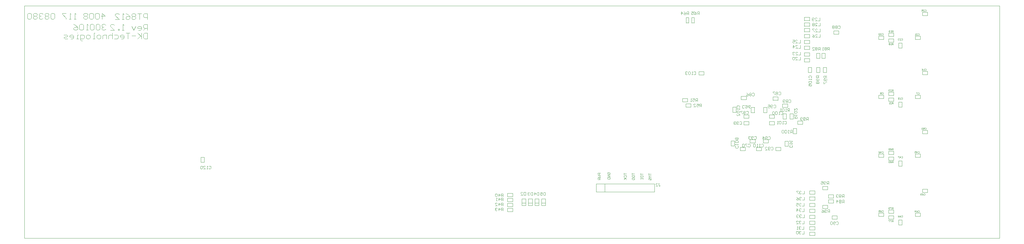
<source format=gbo>
*%FSLAX23Y23*%
*%MOIN*%
G01*
D11*
X4162Y5737D02*
X15879D01*
Y8532D02*
X4162D01*
Y5737D01*
X15879D02*
Y8532D01*
D12*
X14986Y8483D02*
X14983Y8480D01*
X14986Y8483D02*
X14993D01*
X14996Y8480D01*
Y8466D01*
X14993Y8463D01*
X14986D01*
X14983Y8466D01*
X14976Y8463D02*
X14963D01*
X14976D02*
X14963Y8476D01*
Y8480D01*
X14966Y8483D01*
X14973D01*
X14976Y8480D01*
X14956Y8483D02*
X14943D01*
X14956D02*
Y8473D01*
X14949Y8476D01*
X14946D01*
X14943Y8473D01*
Y8466D01*
X14946Y8463D01*
X14953D01*
X14956Y8466D01*
X14701Y8138D02*
X14698Y8135D01*
X14701Y8138D02*
X14708D01*
X14711Y8135D01*
Y8121D01*
X14708Y8118D01*
X14701D01*
X14698Y8121D01*
X14691Y8118D02*
X14678D01*
X14691D02*
X14678Y8131D01*
Y8135D01*
X14681Y8138D01*
X14688D01*
X14691Y8135D01*
X14671D02*
X14668Y8138D01*
X14661D01*
X14658Y8135D01*
Y8131D01*
X14659D01*
X14658D02*
X14659D01*
X14658D02*
X14659D01*
X14658D02*
X14661Y8128D01*
X14664D01*
X14661D01*
X14658Y8125D01*
Y8121D01*
X14661Y8118D01*
X14668D01*
X14671Y8121D01*
X14898Y8195D02*
X14901Y8198D01*
X14908D01*
X14911Y8195D01*
Y8181D01*
X14908Y8178D01*
X14901D01*
X14898Y8181D01*
X14891Y8178D02*
X14878D01*
X14891D02*
X14878Y8191D01*
Y8195D01*
X14881Y8198D01*
X14888D01*
X14891Y8195D01*
X14871Y8178D02*
X14864D01*
X14868D01*
Y8198D01*
X14869D01*
X14868D02*
X14871Y8195D01*
X14901Y7488D02*
X14898Y7485D01*
X14901Y7488D02*
X14908D01*
X14911Y7485D01*
Y7471D01*
X14908Y7468D01*
X14901D01*
X14898Y7471D01*
X14891Y7488D02*
X14878D01*
Y7485D01*
X14891Y7471D01*
Y7468D01*
X14701Y7428D02*
X14698Y7425D01*
X14701Y7428D02*
X14708D01*
X14711Y7425D01*
Y7411D01*
X14708Y7408D01*
X14701D01*
X14698Y7411D01*
X14691Y7408D02*
X14684D01*
X14688D01*
Y7428D01*
X14689D01*
X14688D02*
X14691Y7425D01*
X14674Y7428D02*
X14661D01*
X14674D02*
Y7418D01*
X14668Y7421D01*
X14664D01*
X14661Y7418D01*
Y7411D01*
X14664Y7408D01*
X14671D01*
X14674Y7411D01*
X14983Y7770D02*
X14986Y7773D01*
X14993D01*
X14996Y7770D01*
Y7756D01*
X14993Y7753D01*
X14986D01*
X14983Y7756D01*
X14976Y7753D02*
X14969D01*
X14973D01*
Y7773D01*
X14974D01*
X14973D02*
X14976Y7770D01*
X14953D02*
X14946Y7773D01*
X14953Y7770D02*
X14959Y7763D01*
Y7756D01*
X14956Y7753D01*
X14949D01*
X14946Y7756D01*
Y7760D01*
X14949Y7763D01*
X14959D01*
X14986Y7065D02*
X14983Y7062D01*
X14986Y7065D02*
X14993D01*
X14996Y7062D01*
Y7048D01*
X14993Y7045D01*
X14986D01*
X14983Y7048D01*
X14976Y7065D02*
X14963D01*
X14976D02*
Y7055D01*
X14969Y7058D01*
X14966D01*
X14963Y7055D01*
Y7048D01*
X14966Y7045D01*
X14973D01*
X14976Y7048D01*
X14956Y7062D02*
X14953Y7065D01*
X14946D01*
X14943Y7062D01*
Y7048D01*
X14946Y7045D01*
X14953D01*
X14956Y7048D01*
Y7062D01*
X14901Y6780D02*
X14898Y6777D01*
X14901Y6780D02*
X14908D01*
X14911Y6777D01*
Y6763D01*
X14908Y6760D01*
X14901D01*
X14898Y6763D01*
X14881Y6760D02*
Y6780D01*
X14891Y6770D01*
X14878D01*
X14871Y6780D02*
X14858D01*
X14871D02*
Y6770D01*
X14864Y6773D01*
X14861D01*
X14858Y6770D01*
Y6763D01*
X14861Y6760D01*
X14868D01*
X14871Y6763D01*
X14701Y6720D02*
X14698Y6717D01*
X14701Y6720D02*
X14708D01*
X14711Y6717D01*
Y6703D01*
X14708Y6700D01*
X14701D01*
X14698Y6703D01*
X14681Y6700D02*
Y6720D01*
X14691Y6710D01*
X14678D01*
X14671Y6720D02*
X14658D01*
Y6717D01*
X14671Y6703D01*
Y6700D01*
X14901Y6071D02*
X14898Y6068D01*
X14901Y6071D02*
X14908D01*
X14911Y6068D01*
Y6054D01*
X14908Y6051D01*
X14901D01*
X14898Y6054D01*
X14884Y6068D02*
X14878Y6071D01*
X14884Y6068D02*
X14891Y6061D01*
Y6054D01*
X14888Y6051D01*
X14881D01*
X14878Y6054D01*
Y6058D01*
X14881Y6061D01*
X14891D01*
X14861Y6071D02*
Y6051D01*
X14871Y6061D02*
X14861Y6071D01*
X14858Y6061D02*
X14871D01*
X14701Y6011D02*
X14698Y6008D01*
X14701Y6011D02*
X14708D01*
X14711Y6008D01*
Y5994D01*
X14708Y5991D01*
X14701D01*
X14698Y5994D01*
X14684Y6008D02*
X14678Y6011D01*
X14684Y6008D02*
X14691Y6001D01*
Y5994D01*
X14688Y5991D01*
X14681D01*
X14678Y5994D01*
Y5998D01*
X14681Y6001D01*
X14691D01*
X14664Y6008D02*
X14658Y6011D01*
X14664Y6008D02*
X14671Y6001D01*
Y5994D01*
X14668Y5991D01*
X14661D01*
X14658Y5994D01*
Y5998D01*
X14661Y6001D01*
X14671D01*
X14969Y6272D02*
X14972Y6275D01*
X14979D01*
X14982Y6272D01*
Y6258D01*
X14979Y6255D01*
X14972D01*
X14969Y6258D01*
X14955Y6272D02*
X14949Y6275D01*
X14955Y6272D02*
X14962Y6265D01*
Y6258D01*
X14959Y6255D01*
X14952D01*
X14949Y6258D01*
Y6262D01*
X14952Y6265D01*
X14962D01*
X14942Y6258D02*
X14939Y6255D01*
X14932D01*
X14929Y6258D01*
Y6272D01*
X14932Y6275D01*
X14939D01*
X14942Y6272D01*
Y6268D01*
X14939Y6265D01*
X14929D01*
X14600Y8214D02*
Y8234D01*
X14590D01*
X14587Y8231D01*
Y8224D01*
X14590Y8221D01*
X14600D01*
X14593D02*
X14587Y8214D01*
X14580D02*
X14573D01*
X14577D01*
Y8234D01*
X14578D01*
X14577D02*
X14580Y8231D01*
X14563Y8217D02*
X14560Y8214D01*
X14553D01*
X14550Y8217D01*
Y8231D01*
X14553Y8234D01*
X14560D01*
X14563Y8231D01*
Y8227D01*
X14560Y8224D01*
X14550D01*
X14470Y8199D02*
X14467Y8196D01*
X14470Y8199D02*
X14477D01*
X14480Y8196D01*
Y8182D01*
X14477Y8179D01*
X14470D01*
X14467Y8182D01*
X14460Y8179D02*
X14447D01*
X14460D02*
X14447Y8192D01*
Y8196D01*
X14450Y8199D01*
X14457D01*
X14460Y8196D01*
X14440Y8179D02*
X14427D01*
X14440D02*
X14427Y8192D01*
Y8196D01*
X14430Y8199D01*
X14437D01*
X14440Y8196D01*
X14598Y8082D02*
Y8062D01*
Y8082D02*
X14588D01*
X14585Y8079D01*
Y8072D01*
X14588Y8069D01*
X14598D01*
X14591D02*
X14585Y8062D01*
X14578D02*
X14571D01*
X14575D01*
Y8082D01*
X14576D01*
X14575D02*
X14578Y8079D01*
X14561D02*
X14558Y8082D01*
X14551D01*
X14548Y8079D01*
Y8075D01*
X14551Y8072D01*
X14548Y8069D01*
Y8065D01*
X14551Y8062D01*
X14558D01*
X14561Y8065D01*
Y8069D01*
X14558Y8072D01*
X14561Y8075D01*
Y8079D01*
X14558Y8072D02*
X14551D01*
X14598Y7372D02*
Y7352D01*
Y7372D02*
X14588D01*
X14585Y7369D01*
Y7362D01*
X14588Y7359D01*
X14598D01*
X14591D02*
X14585Y7352D01*
X14578D02*
X14565D01*
X14578D02*
X14565Y7365D01*
Y7369D01*
X14568Y7372D01*
X14575D01*
X14578Y7369D01*
X14558Y7352D02*
X14551D01*
X14555D01*
Y7372D01*
X14556D01*
X14555D02*
X14558Y7369D01*
X14467Y7486D02*
X14470Y7489D01*
X14477D01*
X14480Y7486D01*
Y7472D01*
X14477Y7469D01*
X14470D01*
X14467Y7472D01*
X14460Y7486D02*
X14457Y7489D01*
X14450D01*
X14447Y7486D01*
Y7482D01*
X14450Y7479D01*
X14447Y7476D01*
Y7472D01*
X14450Y7469D01*
X14457D01*
X14460Y7472D01*
Y7476D01*
X14457Y7479D01*
X14460Y7482D01*
Y7486D01*
X14457Y7479D02*
X14450D01*
X14600Y7504D02*
Y7524D01*
X14590D01*
X14587Y7521D01*
Y7514D01*
X14590Y7511D01*
X14600D01*
X14593D02*
X14587Y7504D01*
X14580D02*
X14567D01*
X14580D02*
X14567Y7517D01*
Y7521D01*
X14570Y7524D01*
X14577D01*
X14580Y7521D01*
X14560D02*
X14557Y7524D01*
X14550D01*
X14547Y7521D01*
Y7517D01*
X14548D01*
X14547D02*
X14548D01*
X14547D02*
X14548D01*
X14547D02*
X14550Y7514D01*
X14553D01*
X14550D01*
X14547Y7511D01*
Y7507D01*
X14550Y7504D01*
X14557D01*
X14560Y7507D01*
X14598Y6664D02*
Y6644D01*
Y6664D02*
X14588D01*
X14585Y6661D01*
Y6654D01*
X14588Y6651D01*
X14598D01*
X14591D02*
X14585Y6644D01*
X14571Y6661D02*
X14565Y6664D01*
X14571Y6661D02*
X14578Y6654D01*
Y6647D01*
X14575Y6644D01*
X14568D01*
X14565Y6647D01*
Y6651D01*
X14568Y6654D01*
X14578D01*
X14558Y6661D02*
X14555Y6664D01*
X14548D01*
X14545Y6661D01*
Y6647D01*
X14548Y6644D01*
X14555D01*
X14558Y6647D01*
Y6661D01*
X14600Y6796D02*
Y6816D01*
X14590D01*
X14587Y6813D01*
Y6806D01*
X14590Y6803D01*
X14600D01*
X14593D02*
X14587Y6796D01*
X14573Y6813D02*
X14567Y6816D01*
X14573Y6813D02*
X14580Y6806D01*
Y6799D01*
X14577Y6796D01*
X14570D01*
X14567Y6799D01*
Y6803D01*
X14570Y6806D01*
X14580D01*
X14560Y6813D02*
X14557Y6816D01*
X14550D01*
X14547Y6813D01*
Y6809D01*
X14550Y6806D01*
X14547Y6803D01*
Y6799D01*
X14550Y6796D01*
X14557D01*
X14560Y6799D01*
Y6803D01*
X14557Y6806D01*
X14560Y6809D01*
Y6813D01*
X14557Y6806D02*
X14550D01*
X14598Y5955D02*
Y5935D01*
Y5955D02*
X14588D01*
X14585Y5952D01*
Y5945D01*
X14588Y5942D01*
X14598D01*
X14591D02*
X14585Y5935D01*
X14578Y5955D02*
X14565D01*
Y5952D01*
X14578Y5938D01*
Y5935D01*
X14558Y5955D02*
X14545D01*
Y5952D01*
X14558Y5938D01*
Y5935D01*
X14467Y6069D02*
X14470Y6072D01*
X14477D01*
X14480Y6069D01*
Y6055D01*
X14477Y6052D01*
X14470D01*
X14467Y6055D01*
X14453Y6069D02*
X14447Y6072D01*
X14453Y6069D02*
X14460Y6062D01*
Y6055D01*
X14457Y6052D01*
X14450D01*
X14447Y6055D01*
Y6059D01*
X14450Y6062D01*
X14460D01*
X14440Y6072D02*
X14427D01*
X14440D02*
Y6062D01*
X14433Y6065D01*
X14430D01*
X14427Y6062D01*
Y6055D01*
X14430Y6052D01*
X14437D01*
X14440Y6055D01*
X14600Y6087D02*
Y6107D01*
X14590D01*
X14587Y6104D01*
Y6097D01*
X14590Y6094D01*
X14600D01*
X14593D02*
X14587Y6087D01*
X14580Y6107D02*
X14567D01*
Y6104D01*
X14580Y6090D01*
Y6087D01*
X14560Y6090D02*
X14557Y6087D01*
X14550D01*
X14547Y6090D01*
Y6104D01*
X14550Y6107D01*
X14557D01*
X14560Y6104D01*
Y6100D01*
X14557Y6097D01*
X14547D01*
X14467Y6778D02*
X14470Y6781D01*
X14477D01*
X14480Y6778D01*
Y6764D01*
X14477Y6761D01*
X14470D01*
X14467Y6764D01*
X14450Y6761D02*
Y6781D01*
X14460Y6771D01*
X14447D01*
X14433Y6778D02*
X14427Y6781D01*
X14433Y6778D02*
X14440Y6771D01*
Y6764D01*
X14437Y6761D01*
X14430D01*
X14427Y6764D01*
Y6768D01*
X14430Y6771D01*
X14440D01*
D15*
X13720Y8351D02*
Y8386D01*
Y8351D02*
X13697D01*
X13685D02*
X13662D01*
X13685D02*
X13662Y8374D01*
Y8380D01*
X13668Y8386D01*
X13679D01*
X13685Y8380D01*
X13650Y8357D02*
X13644Y8351D01*
X13633D01*
X13627Y8357D01*
Y8380D01*
X13633Y8386D01*
X13644D01*
X13650Y8380D01*
Y8374D01*
X13644Y8368D01*
X13627D01*
X13722Y8324D02*
Y8289D01*
X13699D01*
X13687D02*
X13664D01*
X13687D02*
X13664Y8312D01*
Y8318D01*
X13670Y8324D01*
X13681D01*
X13687Y8318D01*
X13652D02*
X13646Y8324D01*
X13635D01*
X13629Y8318D01*
Y8312D01*
X13635Y8306D01*
X13629Y8301D01*
Y8295D01*
X13635Y8289D01*
X13646D01*
X13652Y8295D01*
Y8301D01*
X13646Y8306D01*
X13652Y8312D01*
Y8318D01*
X13646Y8306D02*
X13635D01*
X13723Y8253D02*
Y8218D01*
X13700D01*
X13688D02*
X13665D01*
X13688D02*
X13665Y8241D01*
Y8247D01*
X13671Y8253D01*
X13682D01*
X13688Y8247D01*
X13653Y8253D02*
X13630D01*
Y8247D01*
X13653Y8224D01*
Y8218D01*
X13724Y8188D02*
Y8153D01*
X13701D01*
X13689D02*
X13666D01*
X13689D02*
X13666Y8176D01*
Y8182D01*
X13672Y8188D01*
X13683D01*
X13689Y8182D01*
X13642D02*
X13631Y8188D01*
X13642Y8182D02*
X13654Y8170D01*
Y8159D01*
X13648Y8153D01*
X13637D01*
X13631Y8159D01*
Y8165D01*
X13637Y8170D01*
X13654D01*
X13486Y8056D02*
Y8021D01*
X13463D01*
X13451D02*
X13428D01*
X13451D02*
X13428Y8044D01*
Y8050D01*
X13434Y8056D01*
X13445D01*
X13451Y8050D01*
X13399Y8056D02*
Y8021D01*
X13416Y8038D02*
X13399Y8056D01*
X13393Y8038D02*
X13416D01*
X13485Y8084D02*
Y8119D01*
Y8084D02*
X13462D01*
X13450D02*
X13427D01*
X13450D02*
X13427Y8107D01*
Y8113D01*
X13433Y8119D01*
X13444D01*
X13450Y8113D01*
X13415Y8119D02*
X13392D01*
X13415D02*
Y8101D01*
X13403Y8107D01*
X13398D01*
X13392Y8101D01*
Y8090D01*
X13398Y8084D01*
X13409D01*
X13415Y8090D01*
X13485Y7915D02*
Y7880D01*
X13462D01*
X13450D02*
X13427D01*
X13450D02*
X13427Y7903D01*
Y7909D01*
X13433Y7915D01*
X13444D01*
X13450Y7909D01*
X13415D02*
X13409Y7915D01*
X13398D01*
X13392Y7909D01*
Y7886D01*
X13398Y7880D01*
X13409D01*
X13415Y7886D01*
Y7909D01*
X13105Y6960D02*
X13099Y6954D01*
X13105Y6960D02*
X13116D01*
X13122Y6954D01*
Y6931D01*
X13116Y6925D01*
X13105D01*
X13099Y6931D01*
X13087D02*
X13081Y6925D01*
X13070D01*
X13064Y6931D01*
Y6954D01*
X13070Y6960D01*
X13081D01*
X13087Y6954D01*
Y6948D01*
X13081Y6942D01*
X13064D01*
X13035Y6925D02*
Y6960D01*
X13052Y6942D01*
X13029D01*
X13165Y7333D02*
X13171Y7339D01*
X13182D01*
X13188Y7333D01*
Y7310D01*
X13182Y7304D01*
X13171D01*
X13165Y7310D01*
X13153D02*
X13147Y7304D01*
X13136D01*
X13130Y7310D01*
Y7333D01*
X13136Y7339D01*
X13147D01*
X13153Y7333D01*
Y7327D01*
X13147Y7321D01*
X13130D01*
X13118Y7339D02*
X13095D01*
X13118D02*
Y7321D01*
X13106Y7327D01*
X13101D01*
X13095Y7321D01*
Y7310D01*
X13101Y7304D01*
X13112D01*
X13118Y7310D01*
X13249Y7253D02*
X13255Y7259D01*
X13266D01*
X13272Y7253D01*
Y7230D01*
X13266Y7224D01*
X13255D01*
X13249Y7230D01*
X13237Y7224D02*
X13225D01*
X13231D01*
Y7259D01*
X13232D01*
X13231D02*
X13237Y7253D01*
X13208D02*
X13202Y7259D01*
X13190D01*
X13185Y7253D01*
Y7230D01*
X13190Y7224D01*
X13202D01*
X13208Y7230D01*
Y7253D01*
X13173D02*
X13167Y7259D01*
X13155D01*
X13150Y7253D01*
Y7230D01*
X13155Y7224D01*
X13167D01*
X13173Y7230D01*
Y7253D01*
X13294Y7139D02*
X13300Y7145D01*
X13311D01*
X13317Y7139D01*
Y7116D01*
X13311Y7110D01*
X13300D01*
X13294Y7116D01*
X13282Y7110D02*
X13270D01*
X13276D01*
Y7145D01*
X13277D01*
X13276D02*
X13282Y7139D01*
X13253D02*
X13247Y7145D01*
X13235D01*
X13230Y7139D01*
Y7116D01*
X13235Y7110D01*
X13247D01*
X13253Y7116D01*
Y7139D01*
X13218Y7110D02*
X13206D01*
X13212D01*
Y7145D01*
X13213D01*
X13212D02*
X13218Y7139D01*
X13591Y7666D02*
X13585Y7672D01*
Y7683D01*
X13591Y7689D01*
X13614D01*
X13620Y7683D01*
Y7672D01*
X13614Y7666D01*
X13620Y7654D02*
Y7642D01*
Y7648D01*
X13585D01*
X13586D01*
X13585D02*
X13591Y7654D01*
Y7625D02*
X13585Y7619D01*
Y7607D01*
X13591Y7602D01*
X13614D01*
X13620Y7607D01*
Y7619D01*
X13614Y7625D01*
X13591D01*
X13585Y7590D02*
Y7567D01*
Y7590D02*
X13603D01*
X13597Y7578D01*
Y7572D01*
X13603Y7567D01*
X13614D01*
X13620Y7572D01*
Y7584D01*
X13614Y7590D01*
X13384Y6852D02*
X13390Y6846D01*
Y6835D01*
X13384Y6829D01*
X13361D01*
X13355Y6835D01*
Y6846D01*
X13361Y6852D01*
Y6864D02*
X13355Y6870D01*
Y6881D01*
X13361Y6887D01*
X13384D01*
X13390Y6881D01*
Y6870D01*
X13384Y6864D01*
X13378D01*
X13372Y6870D01*
Y6887D01*
X13355Y6899D02*
Y6911D01*
Y6905D01*
X13390D01*
X13391D01*
X13390D02*
X13384Y6899D01*
X13225Y7491D02*
X13231Y7497D01*
X13242D01*
X13248Y7491D01*
Y7468D01*
X13242Y7462D01*
X13231D01*
X13225Y7468D01*
X13213Y7491D02*
X13207Y7497D01*
X13196D01*
X13190Y7491D01*
Y7485D01*
X13196Y7479D01*
X13190Y7474D01*
Y7468D01*
X13196Y7462D01*
X13207D01*
X13213Y7468D01*
Y7474D01*
X13207Y7479D01*
X13213Y7485D01*
Y7491D01*
X13207Y7479D02*
X13196D01*
X13178Y7497D02*
X13155D01*
Y7491D01*
X13178Y7468D01*
Y7462D01*
X13940Y8286D02*
X13946Y8292D01*
X13957D01*
X13963Y8286D01*
Y8263D01*
X13957Y8257D01*
X13946D01*
X13940Y8263D01*
X13928Y8286D02*
X13922Y8292D01*
X13911D01*
X13905Y8286D01*
Y8280D01*
X13911Y8274D01*
X13905Y8269D01*
Y8263D01*
X13911Y8257D01*
X13922D01*
X13928Y8263D01*
Y8269D01*
X13922Y8274D01*
X13928Y8280D01*
Y8286D01*
X13922Y8274D02*
X13911D01*
X13893Y8286D02*
X13887Y8292D01*
X13876D01*
X13870Y8286D01*
Y8280D01*
X13876Y8274D01*
X13870Y8269D01*
Y8263D01*
X13876Y8257D01*
X13887D01*
X13893Y8263D01*
Y8269D01*
X13887Y8274D01*
X13893Y8280D01*
Y8286D01*
X13887Y8274D02*
X13876D01*
X13486Y7975D02*
Y7940D01*
X13463D01*
X13451D02*
X13428D01*
X13451D02*
X13428Y7963D01*
Y7969D01*
X13434Y7975D01*
X13445D01*
X13451Y7969D01*
X13416D02*
X13410Y7975D01*
X13399D01*
X13393Y7969D01*
Y7963D01*
X13394D01*
X13393D02*
X13394D01*
X13393D02*
X13394D01*
X13393D02*
X13399Y7957D01*
X13404D01*
X13399D01*
X13393Y7952D01*
Y7946D01*
X13399Y7940D01*
X13410D01*
X13416Y7946D01*
X13385Y7037D02*
Y7002D01*
Y7037D02*
X13368D01*
X13362Y7031D01*
Y7019D01*
X13368Y7014D01*
X13385D01*
X13373D02*
X13362Y7002D01*
X13350D02*
X13338D01*
X13344D01*
Y7037D01*
X13345D01*
X13344D02*
X13350Y7031D01*
X13321D02*
X13315Y7037D01*
X13303D01*
X13298Y7031D01*
Y7008D01*
X13303Y7002D01*
X13315D01*
X13321Y7008D01*
Y7031D01*
X13286D02*
X13280Y7037D01*
X13268D01*
X13263Y7031D01*
Y7008D01*
X13268Y7002D01*
X13280D01*
X13286Y7008D01*
Y7031D01*
X13766Y7688D02*
X13801D01*
X13766D02*
Y7671D01*
X13772Y7665D01*
X13784D01*
X13789Y7671D01*
Y7688D01*
Y7676D02*
X13801Y7665D01*
X13795Y7653D02*
X13801Y7647D01*
Y7636D01*
X13795Y7630D01*
X13772D01*
X13766Y7636D01*
Y7647D01*
X13772Y7653D01*
X13778D01*
X13784Y7647D01*
Y7630D01*
X13766Y7618D02*
Y7595D01*
X13772D01*
X13795Y7618D01*
X13801D01*
X13353Y7403D02*
X13347Y7397D01*
X13353Y7403D02*
X13364D01*
X13370Y7397D01*
Y7374D01*
X13364Y7368D01*
X13353D01*
X13347Y7374D01*
X13335Y7397D02*
X13329Y7403D01*
X13318D01*
X13312Y7397D01*
Y7391D01*
X13318Y7385D01*
X13312Y7380D01*
Y7374D01*
X13318Y7368D01*
X13329D01*
X13335Y7374D01*
Y7380D01*
X13329Y7385D01*
X13335Y7391D01*
Y7397D01*
X13329Y7385D02*
X13318D01*
X13300Y7374D02*
X13294Y7368D01*
X13283D01*
X13277Y7374D01*
Y7397D01*
X13283Y7403D01*
X13294D01*
X13300Y7397D01*
Y7391D01*
X13294Y7385D01*
X13277D01*
X13411Y7176D02*
X13446D01*
Y7193D01*
X13440Y7199D01*
X13428D01*
X13423Y7193D01*
Y7176D01*
Y7188D02*
X13411Y7199D01*
Y7211D02*
Y7223D01*
Y7217D01*
X13446D01*
X13447D01*
X13446D02*
X13440Y7211D01*
Y7240D02*
X13446Y7246D01*
Y7258D01*
X13440Y7263D01*
X13417D01*
X13411Y7258D01*
Y7246D01*
X13417Y7240D01*
X13440D01*
X13411Y7275D02*
Y7298D01*
Y7275D02*
X13434Y7298D01*
X13440D01*
X13446Y7293D01*
Y7281D01*
X13440Y7275D01*
X13579Y7189D02*
Y7154D01*
Y7189D02*
X13562D01*
X13556Y7183D01*
Y7171D01*
X13562Y7166D01*
X13579D01*
X13567D02*
X13556Y7154D01*
X13544Y7160D02*
X13538Y7154D01*
X13527D01*
X13521Y7160D01*
Y7183D01*
X13527Y7189D01*
X13538D01*
X13544Y7183D01*
Y7177D01*
X13538Y7171D01*
X13521D01*
X13509Y7160D02*
X13503Y7154D01*
X13492D01*
X13486Y7160D01*
Y7183D01*
X13492Y7189D01*
X13503D01*
X13509Y7183D01*
Y7177D01*
X13503Y7171D01*
X13486D01*
X13354Y7262D02*
Y7297D01*
X13337D01*
X13331Y7291D01*
Y7279D01*
X13337Y7274D01*
X13354D01*
X13342D02*
X13331Y7262D01*
X13319D02*
X13307D01*
X13313D01*
Y7297D01*
X13314D01*
X13313D02*
X13319Y7291D01*
X13290D02*
X13284Y7297D01*
X13272D01*
X13267Y7291D01*
Y7268D01*
X13272Y7262D01*
X13284D01*
X13290Y7268D01*
Y7291D01*
X13255Y7262D02*
X13243D01*
X13249D01*
Y7297D01*
X13250D01*
X13249D02*
X13255Y7291D01*
X13675Y7689D02*
X13710D01*
X13675D02*
Y7672D01*
X13681Y7666D01*
X13693D01*
X13698Y7672D01*
Y7689D01*
Y7677D02*
X13710Y7666D01*
X13704Y7654D02*
X13710Y7648D01*
Y7637D01*
X13704Y7631D01*
X13681D01*
X13675Y7637D01*
Y7648D01*
X13681Y7654D01*
X13687D01*
X13693Y7648D01*
Y7631D01*
X13681Y7619D02*
X13675Y7613D01*
Y7602D01*
X13681Y7596D01*
X13687D01*
X13693Y7602D01*
X13698Y7596D01*
X13704D01*
X13710Y7602D01*
Y7613D01*
X13704Y7619D01*
X13698D01*
X13693Y7613D01*
X13687Y7619D01*
X13681D01*
X13693Y7613D02*
Y7602D01*
X13833Y7997D02*
Y8032D01*
X13816D01*
X13810Y8026D01*
Y8014D01*
X13816Y8009D01*
X13833D01*
X13821D02*
X13810Y7997D01*
X13798Y8026D02*
X13792Y8032D01*
X13781D01*
X13775Y8026D01*
Y8020D01*
X13781Y8014D01*
X13775Y8009D01*
Y8003D01*
X13781Y7997D01*
X13792D01*
X13798Y8003D01*
Y8009D01*
X13792Y8014D01*
X13798Y8020D01*
Y8026D01*
X13792Y8014D02*
X13781D01*
X13763Y7997D02*
X13751D01*
X13757D01*
Y8032D01*
X13758D01*
X13757D02*
X13763Y8026D01*
X13721Y8032D02*
Y7997D01*
Y8032D02*
X13704D01*
X13698Y8026D01*
Y8014D01*
X13704Y8009D01*
X13721D01*
X13709D02*
X13698Y7997D01*
X13686Y8026D02*
X13680Y8032D01*
X13669D01*
X13663Y8026D01*
Y8020D01*
X13669Y8014D01*
X13663Y8009D01*
Y8003D01*
X13669Y7997D01*
X13680D01*
X13686Y8003D01*
Y8009D01*
X13680Y8014D01*
X13686Y8020D01*
Y8026D01*
X13680Y8014D02*
X13669D01*
X13651Y7997D02*
X13628D01*
X13651D02*
X13628Y8020D01*
Y8026D01*
X13634Y8032D01*
X13645D01*
X13651Y8026D01*
X13528Y5822D02*
Y5787D01*
X13505D01*
X13493Y5816D02*
X13487Y5822D01*
X13476D01*
X13470Y5816D01*
Y5810D01*
X13471D01*
X13470D02*
X13471D01*
X13470D02*
X13471D01*
X13470D02*
X13476Y5804D01*
X13481D01*
X13476D01*
X13470Y5799D01*
Y5793D01*
X13476Y5787D01*
X13487D01*
X13493Y5793D01*
X13458Y5816D02*
X13452Y5822D01*
X13441D01*
X13435Y5816D01*
Y5793D01*
X13441Y5787D01*
X13452D01*
X13458Y5793D01*
Y5816D01*
X13526Y5843D02*
Y5878D01*
Y5843D02*
X13503D01*
X13491Y5872D02*
X13485Y5878D01*
X13474D01*
X13468Y5872D01*
Y5866D01*
X13469D01*
X13468D02*
X13469D01*
X13468D02*
X13469D01*
X13468D02*
X13474Y5860D01*
X13479D01*
X13474D01*
X13468Y5855D01*
Y5849D01*
X13474Y5843D01*
X13485D01*
X13491Y5849D01*
X13456Y5843D02*
X13444D01*
X13450D01*
Y5878D01*
X13451D01*
X13450D02*
X13456Y5872D01*
X13528Y5910D02*
Y5945D01*
Y5910D02*
X13505D01*
X13493Y5939D02*
X13487Y5945D01*
X13476D01*
X13470Y5939D01*
Y5933D01*
X13471D01*
X13470D02*
X13471D01*
X13470D02*
X13471D01*
X13470D02*
X13476Y5927D01*
X13481D01*
X13476D01*
X13470Y5922D01*
Y5916D01*
X13476Y5910D01*
X13487D01*
X13493Y5916D01*
X13458Y5910D02*
X13435D01*
X13458D02*
X13435Y5933D01*
Y5939D01*
X13441Y5945D01*
X13452D01*
X13458Y5939D01*
X13532Y5985D02*
Y6020D01*
Y5985D02*
X13509D01*
X13497Y6014D02*
X13491Y6020D01*
X13480D01*
X13474Y6014D01*
Y6008D01*
X13475D01*
X13474D02*
X13475D01*
X13474D02*
X13475D01*
X13474D02*
X13480Y6002D01*
X13485D01*
X13480D01*
X13474Y5997D01*
Y5991D01*
X13480Y5985D01*
X13491D01*
X13497Y5991D01*
X13462Y6014D02*
X13456Y6020D01*
X13445D01*
X13439Y6014D01*
Y6008D01*
X13440D01*
X13439D02*
X13440D01*
X13439D02*
X13440D01*
X13439D02*
X13445Y6002D01*
X13450D01*
X13445D01*
X13439Y5997D01*
Y5991D01*
X13445Y5985D01*
X13456D01*
X13462Y5991D01*
X13530Y6058D02*
Y6093D01*
Y6058D02*
X13507D01*
X13495Y6087D02*
X13489Y6093D01*
X13478D01*
X13472Y6087D01*
Y6081D01*
X13473D01*
X13472D02*
X13473D01*
X13472D02*
X13473D01*
X13472D02*
X13478Y6075D01*
X13483D01*
X13478D01*
X13472Y6070D01*
Y6064D01*
X13478Y6058D01*
X13489D01*
X13495Y6064D01*
X13443Y6058D02*
Y6093D01*
X13460Y6075D01*
X13437D01*
X13530Y6123D02*
Y6158D01*
Y6123D02*
X13507D01*
X13495Y6152D02*
X13489Y6158D01*
X13478D01*
X13472Y6152D01*
Y6146D01*
X13473D01*
X13472D02*
X13473D01*
X13472D02*
X13473D01*
X13472D02*
X13478Y6140D01*
X13483D01*
X13478D01*
X13472Y6135D01*
Y6129D01*
X13478Y6123D01*
X13489D01*
X13495Y6129D01*
X13460Y6158D02*
X13437D01*
X13460D02*
Y6140D01*
X13448Y6146D01*
X13443D01*
X13437Y6140D01*
Y6129D01*
X13443Y6123D01*
X13454D01*
X13460Y6129D01*
X13532Y6196D02*
Y6231D01*
Y6196D02*
X13509D01*
X13497Y6225D02*
X13491Y6231D01*
X13480D01*
X13474Y6225D01*
Y6219D01*
X13475D01*
X13474D02*
X13475D01*
X13474D02*
X13475D01*
X13474D02*
X13480Y6213D01*
X13485D01*
X13480D01*
X13474Y6208D01*
Y6202D01*
X13480Y6196D01*
X13491D01*
X13497Y6202D01*
X13450Y6225D02*
X13439Y6231D01*
X13450Y6225D02*
X13462Y6213D01*
Y6202D01*
X13456Y6196D01*
X13445D01*
X13439Y6202D01*
Y6208D01*
X13445Y6213D01*
X13462D01*
X13531Y6269D02*
Y6304D01*
Y6269D02*
X13508D01*
X13496Y6298D02*
X13490Y6304D01*
X13479D01*
X13473Y6298D01*
Y6292D01*
X13474D01*
X13473D02*
X13474D01*
X13473D02*
X13474D01*
X13473D02*
X13479Y6286D01*
X13484D01*
X13479D01*
X13473Y6281D01*
Y6275D01*
X13479Y6269D01*
X13490D01*
X13496Y6275D01*
X13461Y6304D02*
X13438D01*
Y6298D01*
X13461Y6275D01*
Y6269D01*
X13133Y6827D02*
X13139Y6833D01*
X13150D01*
X13156Y6827D01*
Y6804D01*
X13150Y6798D01*
X13139D01*
X13133Y6804D01*
X13121D02*
X13115Y6798D01*
X13104D01*
X13098Y6804D01*
Y6827D01*
X13104Y6833D01*
X13115D01*
X13121Y6827D01*
Y6821D01*
X13115Y6815D01*
X13098D01*
X13086Y6798D02*
X13063D01*
X13086D02*
X13063Y6821D01*
Y6827D01*
X13069Y6833D01*
X13080D01*
X13086Y6827D01*
X13923Y5937D02*
X13917Y5931D01*
X13923Y5937D02*
X13934D01*
X13940Y5931D01*
Y5908D01*
X13934Y5902D01*
X13923D01*
X13917Y5908D01*
X13905D02*
X13899Y5902D01*
X13888D01*
X13882Y5908D01*
Y5931D01*
X13888Y5937D01*
X13899D01*
X13905Y5931D01*
Y5925D01*
X13899Y5919D01*
X13882D01*
X13870Y5931D02*
X13864Y5937D01*
X13853D01*
X13847Y5931D01*
Y5908D01*
X13853Y5902D01*
X13864D01*
X13870Y5908D01*
Y5931D01*
X14009Y6162D02*
Y6197D01*
X13992D01*
X13986Y6191D01*
Y6179D01*
X13992Y6174D01*
X14009D01*
X13997D02*
X13986Y6162D01*
X13974Y6191D02*
X13968Y6197D01*
X13957D01*
X13951Y6191D01*
Y6185D01*
X13957Y6179D01*
X13951Y6174D01*
Y6168D01*
X13957Y6162D01*
X13968D01*
X13974Y6168D01*
Y6174D01*
X13968Y6179D01*
X13974Y6185D01*
Y6191D01*
X13968Y6179D02*
X13957D01*
X13922Y6162D02*
Y6197D01*
X13939Y6179D01*
X13916D01*
X14008Y6228D02*
Y6263D01*
X13991D01*
X13985Y6257D01*
Y6245D01*
X13991Y6240D01*
X14008D01*
X13996D02*
X13985Y6228D01*
X13973Y6257D02*
X13967Y6263D01*
X13956D01*
X13950Y6257D01*
Y6251D01*
X13956Y6245D01*
X13950Y6240D01*
Y6234D01*
X13956Y6228D01*
X13967D01*
X13973Y6234D01*
Y6240D01*
X13967Y6245D01*
X13973Y6251D01*
Y6257D01*
X13967Y6245D02*
X13956D01*
X13938Y6257D02*
X13932Y6263D01*
X13921D01*
X13915Y6257D01*
Y6251D01*
X13916D01*
X13915D02*
X13916D01*
X13915D02*
X13916D01*
X13915D02*
X13921Y6245D01*
X13926D01*
X13921D01*
X13915Y6240D01*
Y6234D01*
X13921Y6228D01*
X13932D01*
X13938Y6234D01*
X13835Y6081D02*
Y6046D01*
Y6081D02*
X13818D01*
X13812Y6075D01*
Y6063D01*
X13818Y6058D01*
X13835D01*
X13823D02*
X13812Y6046D01*
X13800Y6052D02*
X13794Y6046D01*
X13783D01*
X13777Y6052D01*
Y6075D01*
X13783Y6081D01*
X13794D01*
X13800Y6075D01*
Y6069D01*
X13794Y6063D01*
X13777D01*
X13753Y6075D02*
X13742Y6081D01*
X13753Y6075D02*
X13765Y6063D01*
Y6052D01*
X13759Y6046D01*
X13748D01*
X13742Y6052D01*
Y6058D01*
X13748Y6063D01*
X13765D01*
X13825Y6384D02*
Y6419D01*
X13808D01*
X13802Y6413D01*
Y6401D01*
X13808Y6396D01*
X13825D01*
X13813D02*
X13802Y6384D01*
X13790Y6390D02*
X13784Y6384D01*
X13773D01*
X13767Y6390D01*
Y6413D01*
X13773Y6419D01*
X13784D01*
X13790Y6413D01*
Y6407D01*
X13784Y6401D01*
X13767D01*
X13755Y6419D02*
X13732D01*
X13755D02*
Y6401D01*
X13743Y6407D01*
X13738D01*
X13732Y6401D01*
Y6390D01*
X13738Y6384D01*
X13749D01*
X13755Y6390D01*
X12268Y8426D02*
Y8461D01*
X12251D01*
X12245Y8455D01*
Y8443D01*
X12251Y8438D01*
X12268D01*
X12256D02*
X12245Y8426D01*
X12221Y8455D02*
X12210Y8461D01*
X12221Y8455D02*
X12233Y8443D01*
Y8432D01*
X12227Y8426D01*
X12216D01*
X12210Y8432D01*
Y8438D01*
X12216Y8443D01*
X12233D01*
X12198Y8461D02*
X12175D01*
X12198D02*
Y8443D01*
X12186Y8449D01*
X12181D01*
X12175Y8443D01*
Y8432D01*
X12181Y8426D01*
X12192D01*
X12198Y8432D01*
X12143Y8424D02*
Y8459D01*
X12126D01*
X12120Y8453D01*
Y8441D01*
X12126Y8436D01*
X12143D01*
X12131D02*
X12120Y8424D01*
X12096Y8453D02*
X12085Y8459D01*
X12096Y8453D02*
X12108Y8441D01*
Y8430D01*
X12102Y8424D01*
X12091D01*
X12085Y8430D01*
Y8436D01*
X12091Y8441D01*
X12108D01*
X12056Y8424D02*
Y8459D01*
X12073Y8441D01*
X12050D01*
X12297Y7352D02*
Y7317D01*
Y7352D02*
X12280D01*
X12274Y7346D01*
Y7334D01*
X12280Y7329D01*
X12297D01*
X12285D02*
X12274Y7317D01*
X12262Y7352D02*
X12239D01*
X12262D02*
Y7334D01*
X12250Y7340D01*
X12245D01*
X12239Y7334D01*
Y7323D01*
X12245Y7317D01*
X12256D01*
X12262Y7323D01*
X12227Y7317D02*
X12204D01*
X12227D02*
X12204Y7340D01*
Y7346D01*
X12210Y7352D01*
X12221D01*
X12227Y7346D01*
X12248Y7381D02*
Y7416D01*
X12231D01*
X12225Y7410D01*
Y7398D01*
X12231Y7393D01*
X12248D01*
X12236D02*
X12225Y7381D01*
X12213Y7416D02*
X12190D01*
X12213D02*
Y7398D01*
X12201Y7404D01*
X12196D01*
X12190Y7398D01*
Y7387D01*
X12196Y7381D01*
X12207D01*
X12213Y7387D01*
X12178Y7381D02*
X12166D01*
X12172D01*
Y7416D01*
X12173D01*
X12172D02*
X12178Y7410D01*
X12908Y7477D02*
X12914Y7483D01*
X12925D01*
X12931Y7477D01*
Y7454D01*
X12925Y7448D01*
X12914D01*
X12908Y7454D01*
X12896Y7477D02*
X12890Y7483D01*
X12879D01*
X12873Y7477D01*
Y7471D01*
X12879Y7465D01*
X12873Y7460D01*
Y7454D01*
X12879Y7448D01*
X12890D01*
X12896Y7454D01*
Y7460D01*
X12890Y7465D01*
X12896Y7471D01*
Y7477D01*
X12890Y7465D02*
X12879D01*
X12849Y7477D02*
X12838Y7483D01*
X12849Y7477D02*
X12861Y7465D01*
Y7454D01*
X12855Y7448D01*
X12844D01*
X12838Y7454D01*
Y7460D01*
X12844Y7465D01*
X12861D01*
X12811Y7306D02*
X12805Y7300D01*
X12794D01*
X12788Y7306D01*
Y7329D01*
X12794Y7335D01*
X12805D01*
X12811Y7329D01*
X12823D02*
X12829Y7335D01*
X12840D01*
X12846Y7329D01*
Y7306D01*
X12840Y7300D01*
X12829D01*
X12823Y7306D01*
Y7312D01*
X12829Y7318D01*
X12846D01*
X12870Y7306D02*
X12881Y7300D01*
X12870Y7306D02*
X12858Y7318D01*
Y7329D01*
X12864Y7335D01*
X12875D01*
X12881Y7329D01*
Y7323D01*
X12875Y7318D01*
X12858D01*
X12842Y7265D02*
X12836Y7259D01*
X12842Y7265D02*
X12853D01*
X12859Y7259D01*
Y7236D01*
X12853Y7230D01*
X12842D01*
X12836Y7236D01*
X12824D02*
X12818Y7230D01*
X12807D01*
X12801Y7236D01*
Y7259D01*
X12807Y7265D01*
X12818D01*
X12824Y7259D01*
Y7253D01*
X12818Y7247D01*
X12801D01*
X12789Y7265D02*
X12766D01*
Y7259D01*
X12789Y7236D01*
Y7230D01*
X12761Y7141D02*
X12755Y7135D01*
X12761Y7141D02*
X12772D01*
X12778Y7135D01*
Y7112D01*
X12772Y7106D01*
X12761D01*
X12755Y7112D01*
X12743D02*
X12737Y7106D01*
X12726D01*
X12720Y7112D01*
Y7135D01*
X12726Y7141D01*
X12737D01*
X12743Y7135D01*
Y7129D01*
X12737Y7123D01*
X12720D01*
X12708Y7112D02*
X12702Y7106D01*
X12691D01*
X12685Y7112D01*
Y7135D01*
X12691Y7141D01*
X12702D01*
X12708Y7135D01*
Y7129D01*
X12702Y7123D01*
X12685D01*
X12727Y7308D02*
X12721Y7314D01*
Y7325D01*
X12727Y7331D01*
X12750D01*
X12756Y7325D01*
Y7314D01*
X12750Y7308D01*
X12756Y7296D02*
Y7284D01*
Y7290D01*
X12721D01*
X12722D01*
X12721D02*
X12727Y7296D01*
Y7267D02*
X12721Y7261D01*
Y7249D01*
X12727Y7244D01*
X12750D01*
X12756Y7249D01*
Y7261D01*
X12750Y7267D01*
X12727D01*
X12756Y7232D02*
Y7209D01*
Y7232D02*
X12733Y7209D01*
X12727D01*
X12721Y7214D01*
Y7226D01*
X12727Y7232D01*
X12938Y6962D02*
X12932Y6956D01*
X12938Y6962D02*
X12949D01*
X12955Y6956D01*
Y6933D01*
X12949Y6927D01*
X12938D01*
X12932Y6933D01*
X12920D02*
X12914Y6927D01*
X12903D01*
X12897Y6933D01*
Y6956D01*
X12903Y6962D01*
X12914D01*
X12920Y6956D01*
Y6950D01*
X12914Y6944D01*
X12897D01*
X12885Y6956D02*
X12879Y6962D01*
X12868D01*
X12862Y6956D01*
Y6950D01*
X12863D01*
X12862D02*
X12863D01*
X12862D02*
X12863D01*
X12862D02*
X12868Y6944D01*
X12873D01*
X12868D01*
X12862Y6939D01*
Y6933D01*
X12868Y6927D01*
X12879D01*
X12885Y6933D01*
X12204Y7733D02*
X12210Y7739D01*
X12221D01*
X12227Y7733D01*
Y7710D01*
X12221Y7704D01*
X12210D01*
X12204Y7710D01*
X12192Y7704D02*
X12180D01*
X12186D01*
Y7739D01*
X12187D01*
X12186D02*
X12192Y7733D01*
X12163D02*
X12157Y7739D01*
X12145D01*
X12140Y7733D01*
Y7710D01*
X12145Y7704D01*
X12157D01*
X12163Y7710D01*
Y7733D01*
X12128D02*
X12122Y7739D01*
X12110D01*
X12105Y7733D01*
Y7727D01*
X12106D01*
X12105D02*
X12106D01*
X12105D02*
X12106D01*
X12105D02*
X12110Y7721D01*
X12116D01*
X12110D01*
X12105Y7716D01*
Y7710D01*
X12110Y7704D01*
X12122D01*
X12128Y7710D01*
X12733Y6845D02*
X12739Y6839D01*
Y6828D01*
X12733Y6822D01*
X12710D01*
X12704Y6828D01*
Y6839D01*
X12710Y6845D01*
X12704Y6857D02*
Y6869D01*
Y6863D01*
X12739D01*
X12740D01*
X12739D02*
X12733Y6857D01*
Y6886D02*
X12739Y6892D01*
Y6904D01*
X12733Y6909D01*
X12710D01*
X12704Y6904D01*
Y6892D01*
X12710Y6886D01*
X12733D01*
Y6921D02*
X12739Y6927D01*
Y6939D01*
X12733Y6944D01*
X12727D01*
X12721Y6939D01*
X12716Y6944D01*
X12710D01*
X12704Y6939D01*
Y6927D01*
X12710Y6921D01*
X12716D01*
X12721Y6927D01*
X12727Y6921D01*
X12733D01*
X12721Y6927D02*
Y6939D01*
X12858Y6863D02*
X12864Y6869D01*
X12875D01*
X12881Y6863D01*
Y6840D01*
X12875Y6834D01*
X12864D01*
X12858Y6840D01*
X12846Y6869D02*
X12823D01*
Y6863D01*
X12846Y6840D01*
Y6834D01*
X12811Y6863D02*
X12805Y6869D01*
X12794D01*
X12788Y6863D01*
Y6840D01*
X12794Y6834D01*
X12805D01*
X12811Y6840D01*
Y6863D01*
X13015D02*
X13021Y6869D01*
X13032D01*
X13038Y6863D01*
Y6840D01*
X13032Y6834D01*
X13021D01*
X13015Y6840D01*
X13003Y6834D02*
X12991D01*
X12997D01*
Y6869D01*
X12998D01*
X12997D02*
X13003Y6863D01*
X12974Y6834D02*
X12962D01*
X12968D01*
Y6869D01*
X12969D01*
X12968D02*
X12974Y6863D01*
X12945D02*
X12939Y6869D01*
X12927D01*
X12921Y6863D01*
Y6840D01*
X12927Y6834D01*
X12939D01*
X12945Y6840D01*
Y6863D01*
X9913Y6272D02*
Y6237D01*
Y6272D02*
X9896D01*
X9890Y6266D01*
Y6254D01*
X9896Y6249D01*
X9913D01*
X9901D02*
X9890Y6237D01*
X9861D02*
Y6272D01*
X9878Y6254D01*
X9855D01*
X9843Y6266D02*
X9837Y6272D01*
X9826D01*
X9820Y6266D01*
Y6243D01*
X9826Y6237D01*
X9837D01*
X9843Y6243D01*
Y6266D01*
X9913Y6222D02*
Y6187D01*
Y6222D02*
X9896D01*
X9890Y6216D01*
Y6204D01*
X9896Y6199D01*
X9913D01*
X9901D02*
X9890Y6187D01*
X9861D02*
Y6222D01*
X9878Y6204D01*
X9855D01*
X9843Y6187D02*
X9831D01*
X9837D01*
Y6222D01*
X9838D01*
X9837D02*
X9843Y6216D01*
X9913Y6102D02*
Y6067D01*
Y6102D02*
X9896D01*
X9890Y6096D01*
Y6084D01*
X9896Y6079D01*
X9913D01*
X9901D02*
X9890Y6067D01*
X9861D02*
Y6102D01*
X9878Y6084D01*
X9855D01*
X9843Y6096D02*
X9837Y6102D01*
X9826D01*
X9820Y6096D01*
Y6090D01*
X9821D01*
X9820D02*
X9821D01*
X9820D02*
X9821D01*
X9820D02*
X9826Y6084D01*
X9831D01*
X9826D01*
X9820Y6079D01*
Y6073D01*
X9826Y6067D01*
X9837D01*
X9843Y6073D01*
X9913Y6127D02*
Y6162D01*
X9896D01*
X9890Y6156D01*
Y6144D01*
X9896Y6139D01*
X9913D01*
X9901D02*
X9890Y6127D01*
X9861D02*
Y6162D01*
X9878Y6144D01*
X9855D01*
X9843Y6127D02*
X9820D01*
X9843D02*
X9820Y6150D01*
Y6156D01*
X9826Y6162D01*
X9837D01*
X9843Y6156D01*
X10375Y6131D02*
Y6210D01*
X10423D02*
Y6131D01*
Y6160D02*
X10375D01*
X10375Y6210D02*
X10423D01*
Y6131D02*
X10375D01*
X10419Y6253D02*
Y6288D01*
Y6253D02*
X10402D01*
X10396Y6259D01*
Y6282D01*
X10402Y6288D01*
X10419D01*
X10384D02*
X10361D01*
X10384D02*
Y6270D01*
X10373Y6276D01*
X10367D01*
X10361Y6270D01*
Y6259D01*
X10367Y6253D01*
X10378D01*
X10384Y6259D01*
X10344Y6210D02*
Y6131D01*
X10296D02*
Y6210D01*
X10296Y6131D02*
X10344D01*
Y6210D02*
X10296D01*
X10296Y6160D02*
X10344D01*
X10344Y6253D02*
Y6288D01*
Y6253D02*
X10326D01*
X10320Y6259D01*
Y6282D01*
X10326Y6288D01*
X10344D01*
X10291D02*
Y6253D01*
X10309Y6270D02*
X10291Y6288D01*
X10285Y6270D02*
X10309D01*
X10217Y6210D02*
Y6131D01*
X10265D02*
Y6210D01*
Y6160D02*
X10217D01*
X10217Y6210D02*
X10265D01*
Y6131D02*
X10217D01*
X10268Y6253D02*
Y6288D01*
Y6253D02*
X10251D01*
X10245Y6259D01*
Y6282D01*
X10251Y6288D01*
X10268D01*
X10233Y6282D02*
X10227Y6288D01*
X10216D01*
X10210Y6282D01*
Y6276D01*
X10211D01*
X10210D02*
X10211D01*
X10210D02*
X10211D01*
X10210D02*
X10216Y6270D01*
X10222D01*
X10216D01*
X10210Y6265D01*
Y6259D01*
X10216Y6253D01*
X10227D01*
X10233Y6259D01*
X10186Y6210D02*
Y6131D01*
X10138D02*
Y6210D01*
X10139Y6131D02*
X10187D01*
Y6210D02*
X10139D01*
X10138Y6160D02*
X10186D01*
X10185Y6254D02*
Y6289D01*
Y6254D02*
X10167D01*
X10161Y6260D01*
Y6283D01*
X10167Y6289D01*
X10185D01*
X10150Y6254D02*
X10126D01*
X10150D02*
X10126Y6277D01*
Y6283D01*
X10132Y6289D01*
X10144D01*
X10150Y6283D01*
X6384Y6605D02*
X6378Y6599D01*
X6384Y6605D02*
X6395D01*
X6401Y6599D01*
Y6576D01*
X6395Y6570D01*
X6384D01*
X6378Y6576D01*
X6366Y6570D02*
X6354D01*
X6360D01*
Y6605D01*
X6361D01*
X6360D02*
X6366Y6599D01*
X6337Y6570D02*
X6314D01*
X6337D02*
X6314Y6593D01*
Y6599D01*
X6319Y6605D01*
X6331D01*
X6337Y6599D01*
X6302D02*
X6296Y6605D01*
X6284D01*
X6279Y6599D01*
Y6576D01*
X6284Y6570D01*
X6296D01*
X6302Y6576D01*
Y6599D01*
D17*
X11135Y6392D02*
Y6294D01*
X11733D02*
Y6392D01*
X11032D02*
Y6294D01*
Y6392D02*
X11733D01*
Y6294D02*
X11032D01*
X14951Y8413D02*
Y8453D01*
X15012D02*
Y8413D01*
X15012Y8453D02*
X14951D01*
Y8413D02*
X15012D01*
X14706Y8084D02*
Y8023D01*
X14666D02*
Y8084D01*
X14665Y8084D02*
X14705D01*
Y8023D02*
X14665D01*
X14866Y8128D02*
Y8168D01*
X14927D02*
Y8128D01*
X14927Y8168D02*
X14866D01*
Y8128D02*
X14927D01*
X14927Y7458D02*
Y7418D01*
X14866D02*
Y7458D01*
X14866Y7418D02*
X14927D01*
Y7458D02*
X14866D01*
X14666Y7374D02*
Y7313D01*
X14706D02*
Y7374D01*
X14705Y7313D02*
X14665D01*
Y7374D02*
X14705D01*
X15012Y7703D02*
Y7743D01*
X14951D02*
Y7703D01*
X14951Y7703D02*
X15012D01*
Y7743D02*
X14951D01*
X14951Y7035D02*
Y6995D01*
X15012D02*
Y7035D01*
X15012Y7035D02*
X14951D01*
Y6995D02*
X15012D01*
X14866Y6750D02*
Y6710D01*
X14927D02*
Y6750D01*
X14927Y6750D02*
X14866D01*
Y6710D02*
X14927D01*
X14706Y6666D02*
Y6605D01*
X14666D02*
Y6666D01*
X14665Y6666D02*
X14705D01*
Y6605D02*
X14665D01*
X14866Y6041D02*
Y6001D01*
X14927D02*
Y6041D01*
X14927Y6041D02*
X14866D01*
Y6001D02*
X14927D01*
X14706Y5957D02*
Y5896D01*
X14666D02*
Y5957D01*
X14665Y5957D02*
X14705D01*
Y5896D02*
X14665D01*
X14951Y6286D02*
Y6326D01*
X15012D02*
Y6286D01*
X15012Y6326D02*
X14951D01*
Y6286D02*
X15012D01*
X13595Y8352D02*
Y8392D01*
X13534D02*
Y8352D01*
X13534Y8353D02*
X13595D01*
Y8393D02*
X13534D01*
X13595Y8325D02*
Y8285D01*
X13534D02*
Y8325D01*
X13534Y8286D02*
X13595D01*
Y8326D02*
X13534D01*
X13595Y8258D02*
Y8218D01*
X13534D02*
Y8258D01*
X13534Y8219D02*
X13595D01*
Y8259D02*
X13534D01*
X13595Y8187D02*
Y8147D01*
X13534D02*
Y8187D01*
X13534Y8148D02*
X13595D01*
Y8188D02*
X13534D01*
X13595Y8046D02*
Y8006D01*
X13534D02*
Y8046D01*
X13534Y8006D02*
X13595D01*
Y8046D02*
X13534D01*
X13595Y8077D02*
Y8117D01*
X13534D02*
Y8077D01*
X13534Y8077D02*
X13595D01*
Y8117D02*
X13534D01*
X13595Y7896D02*
Y7856D01*
X13534D02*
Y7896D01*
X13534Y7857D02*
X13595D01*
Y7897D02*
X13534D01*
X13038Y6924D02*
Y6884D01*
X13099D02*
Y6924D01*
X13099Y6924D02*
X13038D01*
Y6884D02*
X13099D01*
X13044Y7248D02*
Y7309D01*
X13084D02*
Y7248D01*
X13084Y7248D02*
X13044D01*
Y7309D02*
X13084D01*
X13113Y7219D02*
Y7179D01*
X13174D02*
Y7219D01*
X13174Y7219D02*
X13113D01*
Y7179D02*
X13174D01*
X13113Y7140D02*
Y7100D01*
X13174D02*
Y7140D01*
X13174Y7141D02*
X13113D01*
Y7101D02*
X13174D01*
X13619Y7731D02*
Y7792D01*
X13579D02*
Y7731D01*
X13579Y7792D02*
X13619D01*
Y7731D02*
X13579D01*
X13300Y6904D02*
Y6843D01*
X13340D02*
Y6904D01*
X13340Y6843D02*
X13300D01*
Y6904D02*
X13340D01*
X13156Y7395D02*
Y7435D01*
X13217D02*
Y7395D01*
X13217Y7436D02*
X13156D01*
Y7396D02*
X13217D01*
X14546Y8163D02*
Y8203D01*
X14607D02*
Y8163D01*
X14607Y8203D02*
X14546D01*
Y8163D02*
X14607D01*
X14426Y8168D02*
Y8128D01*
X14487D02*
Y8168D01*
X14487Y8168D02*
X14426D01*
Y8128D02*
X14487D01*
X14546Y8133D02*
Y8093D01*
X14607D02*
Y8133D01*
X14607Y8133D02*
X14546D01*
Y8093D02*
X14607D01*
X14607Y7423D02*
Y7383D01*
X14546D02*
Y7423D01*
X14546Y7383D02*
X14607D01*
Y7423D02*
X14546D01*
X14487Y7418D02*
Y7458D01*
X14426D02*
Y7418D01*
X14426Y7418D02*
X14487D01*
Y7458D02*
X14426D01*
X14607Y7453D02*
Y7493D01*
X14546D02*
Y7453D01*
X14546Y7453D02*
X14607D01*
Y7493D02*
X14546D01*
X13946Y8189D02*
Y8229D01*
X13885D02*
Y8189D01*
X13885Y8189D02*
X13946D01*
Y8229D02*
X13885D01*
X13595Y7967D02*
Y7927D01*
X13534D02*
Y7967D01*
X13534Y7927D02*
X13595D01*
Y7967D02*
X13534D01*
X13438Y7056D02*
Y6995D01*
X13398D02*
Y7056D01*
X13398Y7056D02*
X13438D01*
Y6995D02*
X13398D01*
X13759Y7731D02*
Y7792D01*
X13799D02*
Y7731D01*
X13799Y7731D02*
X13759D01*
Y7792D02*
X13799D01*
X13331Y7352D02*
Y7312D01*
X13270D02*
Y7352D01*
X13270Y7312D02*
X13331D01*
Y7352D02*
X13270D01*
X13359Y7233D02*
Y7172D01*
X13399D02*
Y7233D01*
X13399Y7172D02*
X13359D01*
Y7233D02*
X13399D01*
X13451Y7148D02*
Y7108D01*
X13512D02*
Y7148D01*
X13512Y7148D02*
X13451D01*
Y7108D02*
X13512D01*
X13277Y7172D02*
Y7233D01*
X13317D02*
Y7172D01*
X13317Y7172D02*
X13277D01*
Y7233D02*
X13317D01*
X13679Y7731D02*
Y7792D01*
X13719D02*
Y7731D01*
X13719Y7731D02*
X13679D01*
Y7792D02*
X13719D01*
X13741Y7900D02*
Y7961D01*
X13781D02*
Y7900D01*
X13781Y7900D02*
X13741D01*
Y7961D02*
X13781D01*
X13679Y7961D02*
Y7900D01*
X13719D02*
Y7961D01*
X13719Y7900D02*
X13679D01*
Y7961D02*
X13719D01*
X13658Y5810D02*
Y5770D01*
X13596D02*
Y5810D01*
X13596Y5810D02*
X13658D01*
Y5770D02*
X13596D01*
X13658Y5837D02*
Y5877D01*
X13596D02*
Y5837D01*
X13596Y5877D02*
X13658D01*
Y5837D02*
X13596D01*
X13658Y5904D02*
Y5944D01*
X13596D02*
Y5904D01*
X13596Y5944D02*
X13658D01*
Y5904D02*
X13596D01*
X13658Y5975D02*
Y6015D01*
X13596D02*
Y5975D01*
X13596Y6015D02*
X13658D01*
Y5975D02*
X13596D01*
X13658Y6046D02*
Y6086D01*
X13596D02*
Y6046D01*
X13596Y6086D02*
X13658D01*
Y6046D02*
X13596D01*
X13658Y6117D02*
Y6157D01*
X13596D02*
Y6117D01*
X13596Y6156D02*
X13658D01*
Y6116D02*
X13596D01*
X13658Y6196D02*
Y6236D01*
X13596D02*
Y6196D01*
X13596Y6235D02*
X13658D01*
Y6195D02*
X13596D01*
X13658Y6267D02*
Y6307D01*
X13596D02*
Y6267D01*
X13596Y6306D02*
X13658D01*
Y6266D02*
X13596D01*
X13188Y6789D02*
Y6829D01*
X13249D02*
Y6789D01*
X13249Y6830D02*
X13188D01*
Y6790D02*
X13249D01*
X14546Y6715D02*
Y6675D01*
X14607D02*
Y6715D01*
X14607Y6715D02*
X14546D01*
Y6675D02*
X14607D01*
X14546Y6745D02*
Y6785D01*
X14607D02*
Y6745D01*
X14607Y6785D02*
X14546D01*
Y6745D02*
X14607D01*
X14546Y6006D02*
Y5966D01*
X14607D02*
Y6006D01*
X14607Y6006D02*
X14546D01*
Y5966D02*
X14607D01*
X14426Y6001D02*
Y6041D01*
X14487D02*
Y6001D01*
X14487Y6041D02*
X14426D01*
Y6001D02*
X14487D01*
X14546Y6036D02*
Y6076D01*
X14607D02*
Y6036D01*
X14607Y6076D02*
X14546D01*
Y6036D02*
X14607D01*
X14426Y6710D02*
Y6750D01*
X14487D02*
Y6710D01*
X14487Y6750D02*
X14426D01*
Y6710D02*
X14487D01*
X13927Y6007D02*
Y5967D01*
X13866D02*
Y6007D01*
X13866Y5967D02*
X13927D01*
Y6007D02*
X13866D01*
X13823Y6159D02*
Y6199D01*
X13884D02*
Y6159D01*
X13884Y6199D02*
X13823D01*
Y6159D02*
X13884D01*
X13823Y6219D02*
Y6259D01*
X13884D02*
Y6219D01*
X13884Y6259D02*
X13823D01*
Y6219D02*
X13884D01*
X13753Y6133D02*
Y6093D01*
X13814D02*
Y6133D01*
X13814Y6133D02*
X13753D01*
Y6093D02*
X13814D01*
X13752Y6322D02*
Y6362D01*
X13813D02*
Y6322D01*
X13813Y6362D02*
X13752D01*
Y6322D02*
X13813D01*
X12210Y8325D02*
Y8388D01*
X12178D02*
Y8325D01*
X12178Y8326D02*
X12210D01*
Y8389D02*
X12178D01*
X12143Y8388D02*
Y8325D01*
X12111D02*
Y8388D01*
X12111Y8326D02*
X12143D01*
Y8389D02*
X12111D01*
X12170Y7353D02*
Y7313D01*
X12109D02*
Y7353D01*
X12109Y7313D02*
X12170D01*
Y7353D02*
X12109D01*
X12130Y7376D02*
Y7416D01*
X12069D02*
Y7376D01*
X12069Y7376D02*
X12130D01*
Y7416D02*
X12069D01*
X12774Y7403D02*
Y7443D01*
X12835D02*
Y7403D01*
X12835Y7444D02*
X12774D01*
Y7404D02*
X12835D01*
X12894Y7309D02*
Y7248D01*
X12934D02*
Y7309D01*
X12935Y7248D02*
X12895D01*
Y7309D02*
X12935D01*
X12806Y7219D02*
Y7179D01*
X12867D02*
Y7219D01*
X12867Y7219D02*
X12806D01*
Y7179D02*
X12867D01*
X12806Y7140D02*
Y7100D01*
X12867D02*
Y7140D01*
X12867Y7141D02*
X12806D01*
Y7101D02*
X12867D01*
X12674Y7252D02*
Y7313D01*
X12714D02*
Y7252D01*
X12714Y7252D02*
X12674D01*
Y7313D02*
X12714D01*
X12880Y6924D02*
Y6884D01*
X12941D02*
Y6924D01*
X12941Y6924D02*
X12880D01*
Y6884D02*
X12941D01*
X12266Y7699D02*
Y7739D01*
X12327D02*
Y7699D01*
X12327Y7739D02*
X12266D01*
Y7699D02*
X12327D01*
X12694Y6907D02*
Y6846D01*
X12654D02*
Y6907D01*
X12654Y6907D02*
X12694D01*
Y6846D02*
X12654D01*
X12762Y6829D02*
Y6789D01*
X12823D02*
Y6829D01*
X12823Y6830D02*
X12762D01*
Y6790D02*
X12823D01*
X12955Y6789D02*
Y6829D01*
X13016D02*
Y6789D01*
X13016Y6830D02*
X12955D01*
Y6790D02*
X13016D01*
X10028Y6277D02*
Y6237D01*
X9967D02*
Y6277D01*
X9967Y6237D02*
X10028D01*
Y6277D02*
X9967D01*
X9967Y6217D02*
Y6177D01*
X10028D02*
Y6217D01*
X10028Y6217D02*
X9967D01*
Y6177D02*
X10028D01*
X9967Y6097D02*
Y6057D01*
X10028D02*
Y6097D01*
X10028Y6097D02*
X9967D01*
Y6057D02*
X10028D01*
X10028Y6117D02*
Y6157D01*
X9967D02*
Y6117D01*
X9967Y6117D02*
X10028D01*
Y6157D02*
X9967D01*
X6323Y6651D02*
Y6712D01*
X6283D02*
Y6651D01*
X6283Y6712D02*
X6323D01*
Y6651D02*
X6283D01*
D19*
X5639Y8238D02*
Y8308D01*
X5604D01*
X5592Y8296D01*
Y8273D01*
X5604Y8261D01*
X5639D01*
X5616D02*
X5592Y8238D01*
X5557D02*
X5534D01*
X5557D02*
X5569Y8250D01*
Y8273D01*
X5557Y8285D01*
X5534D01*
X5522Y8273D01*
Y8261D01*
X5569D01*
X5499Y8285D02*
X5476Y8238D01*
X5452Y8285D01*
X5359Y8238D02*
X5336D01*
X5347D01*
Y8308D01*
X5348D01*
X5347D02*
X5359Y8296D01*
X5301Y8250D02*
Y8238D01*
Y8250D02*
X5289D01*
Y8238D01*
X5301D01*
X5242D02*
X5196D01*
X5242D02*
X5196Y8285D01*
Y8296D01*
X5207Y8308D01*
X5231D01*
X5242Y8296D01*
X5139Y8297D02*
X5127Y8309D01*
X5104D01*
X5092Y8297D01*
Y8286D01*
X5093D01*
X5092D02*
X5093D01*
X5092D02*
X5093D01*
X5092D02*
X5104Y8274D01*
X5116D01*
X5104D01*
X5092Y8262D01*
Y8251D01*
X5104Y8239D01*
X5127D01*
X5139Y8251D01*
X5069Y8297D02*
X5057Y8309D01*
X5034D01*
X5022Y8297D01*
Y8251D01*
X5034Y8239D01*
X5057D01*
X5069Y8251D01*
Y8297D01*
X4999D02*
X4987Y8309D01*
X4964D01*
X4952Y8297D01*
Y8251D01*
X4964Y8239D01*
X4987D01*
X4999Y8251D01*
Y8297D01*
X4929Y8239D02*
X4906D01*
X4917D01*
Y8309D01*
X4918D01*
X4917D02*
X4929Y8297D01*
X4871D02*
X4859Y8309D01*
X4836D01*
X4824Y8297D01*
Y8251D01*
X4836Y8239D01*
X4859D01*
X4871Y8251D01*
Y8297D01*
X4777D02*
X4754Y8309D01*
X4777Y8297D02*
X4801Y8274D01*
Y8251D01*
X4789Y8239D01*
X4766D01*
X4754Y8251D01*
Y8262D01*
X4766Y8274D01*
X4801D01*
X11780Y6395D02*
X11790D01*
X11785D01*
Y6370D01*
X11790Y6365D01*
X11795D01*
X11800Y6370D01*
X11770Y6365D02*
X11750D01*
X11770D02*
X11750Y6385D01*
Y6390D01*
X11755Y6395D01*
X11765D01*
X11770Y6390D01*
X11084Y6522D02*
X11054D01*
Y6507D01*
X11059Y6502D01*
X11069D01*
X11074Y6507D01*
Y6522D01*
X11084Y6492D02*
X11054D01*
X11074Y6482D02*
X11084Y6492D01*
X11074Y6482D02*
X11084Y6472D01*
X11054D01*
Y6462D02*
X11084D01*
X11054D02*
Y6447D01*
X11059Y6442D01*
X11069D01*
X11074Y6447D01*
Y6462D01*
Y6452D02*
X11084Y6442D01*
X11168Y6511D02*
X11173Y6506D01*
X11168Y6511D02*
Y6521D01*
X11173Y6526D01*
X11193D01*
X11198Y6521D01*
Y6511D01*
X11193Y6506D01*
X11183D01*
Y6516D01*
X11168Y6496D02*
X11198D01*
Y6476D02*
X11168Y6496D01*
Y6476D02*
X11198D01*
Y6466D02*
X11168D01*
X11198D02*
Y6451D01*
X11193Y6446D01*
X11173D01*
X11168Y6451D01*
Y6466D01*
X11365Y6502D02*
Y6522D01*
Y6512D02*
Y6502D01*
Y6512D02*
X11395D01*
X11365Y6477D02*
X11370Y6472D01*
X11365Y6477D02*
Y6487D01*
X11370Y6492D01*
X11390D01*
X11395Y6487D01*
Y6477D01*
X11390Y6472D01*
X11395Y6462D02*
X11365D01*
X11385D02*
X11395D01*
X11385D02*
X11365Y6442D01*
X11380Y6457D01*
X11395Y6442D01*
X11463Y6502D02*
Y6522D01*
Y6512D02*
Y6502D01*
Y6512D02*
X11493D01*
Y6492D02*
X11463D01*
X11493D02*
Y6477D01*
X11488Y6472D01*
X11468D01*
X11463Y6477D01*
Y6492D01*
Y6457D02*
Y6447D01*
Y6457D02*
X11468Y6462D01*
X11488D01*
X11493Y6457D01*
Y6447D01*
X11488Y6442D01*
X11468D01*
X11463Y6447D01*
X11664Y6498D02*
Y6518D01*
Y6508D02*
Y6498D01*
Y6508D02*
X11694D01*
Y6488D02*
X11664D01*
X11674Y6478D01*
X11664Y6468D01*
X11694D01*
X11669Y6438D02*
X11664Y6443D01*
Y6453D01*
X11669Y6458D01*
X11674D01*
X11679Y6453D01*
Y6443D01*
X11684Y6438D01*
X11689D01*
X11694Y6443D01*
Y6453D01*
X11689Y6458D01*
X11565Y6498D02*
Y6518D01*
Y6508D02*
Y6498D01*
Y6508D02*
X11595D01*
Y6488D02*
X11565D01*
X11595D02*
Y6473D01*
X11590Y6468D01*
X11570D01*
X11565Y6473D01*
Y6488D01*
Y6458D02*
Y6448D01*
Y6453D01*
X11595D01*
Y6458D01*
Y6448D01*
X5096Y8372D02*
Y8442D01*
X5131Y8407D01*
X5084D01*
X5061Y8430D02*
X5049Y8442D01*
X5026D01*
X5014Y8430D01*
Y8384D01*
X5026Y8372D01*
X5049D01*
X5061Y8384D01*
Y8430D01*
X4991D02*
X4979Y8442D01*
X4956D01*
X4944Y8430D01*
Y8384D01*
X4956Y8372D01*
X4979D01*
X4991Y8384D01*
Y8430D01*
X4921D02*
X4909Y8442D01*
X4886D01*
X4874Y8430D01*
Y8419D01*
X4886Y8407D01*
X4874Y8395D01*
Y8384D01*
X4886Y8372D01*
X4909D01*
X4921Y8384D01*
Y8395D01*
X4909Y8407D01*
X4921Y8419D01*
Y8430D01*
X4909Y8407D02*
X4886D01*
X4781Y8372D02*
X4758D01*
X4769D01*
Y8442D01*
X4770D01*
X4769D02*
X4781Y8430D01*
X4723Y8372D02*
X4699D01*
X4711D01*
Y8442D01*
X4712D01*
X4711D02*
X4723Y8430D01*
X4664Y8442D02*
X4618D01*
Y8430D01*
X4664Y8384D01*
Y8372D01*
X4525Y8430D02*
X4513Y8442D01*
X4490D01*
X4478Y8430D01*
Y8384D01*
X4490Y8372D01*
X4513D01*
X4525Y8384D01*
Y8430D01*
X4455D02*
X4443Y8442D01*
X4420D01*
X4408Y8430D01*
Y8419D01*
X4420Y8407D01*
X4408Y8395D01*
Y8384D01*
X4420Y8372D01*
X4443D01*
X4455Y8384D01*
Y8395D01*
X4443Y8407D01*
X4455Y8419D01*
Y8430D01*
X4443Y8407D02*
X4420D01*
X4385Y8430D02*
X4373Y8442D01*
X4350D01*
X4338Y8430D01*
Y8419D01*
X4339D01*
X4338D02*
X4339D01*
X4338D02*
X4339D01*
X4338D02*
X4350Y8407D01*
X4361D01*
X4350D01*
X4338Y8395D01*
Y8384D01*
X4350Y8372D01*
X4373D01*
X4385Y8384D01*
X4315Y8430D02*
X4303Y8442D01*
X4280D01*
X4268Y8430D01*
Y8419D01*
X4280Y8407D01*
X4268Y8395D01*
Y8384D01*
X4280Y8372D01*
X4303D01*
X4315Y8384D01*
Y8395D01*
X4303Y8407D01*
X4315Y8419D01*
Y8430D01*
X4303Y8407D02*
X4280D01*
X4245Y8430D02*
X4233Y8442D01*
X4210D01*
X4198Y8430D01*
Y8384D01*
X4210Y8372D01*
X4233D01*
X4245Y8384D01*
Y8430D01*
X5640Y8204D02*
Y8134D01*
X5605D01*
X5593Y8146D01*
Y8192D01*
X5605Y8204D01*
X5640D01*
X5570D02*
Y8134D01*
Y8157D01*
X5523Y8204D01*
X5558Y8169D01*
X5523Y8134D01*
X5500Y8169D02*
X5453D01*
X5430Y8204D02*
X5383D01*
X5407D01*
Y8134D01*
X5348D02*
X5325D01*
X5348D02*
X5360Y8146D01*
Y8169D01*
X5348Y8181D01*
X5325D01*
X5313Y8169D01*
Y8157D01*
X5360D01*
X5278Y8181D02*
X5243D01*
X5278D02*
X5290Y8169D01*
Y8146D01*
X5278Y8134D01*
X5243D01*
X5220D02*
Y8204D01*
Y8169D02*
Y8134D01*
Y8169D02*
X5208Y8181D01*
X5185D01*
X5173Y8169D01*
Y8134D01*
X5150D02*
Y8181D01*
X5115D01*
X5104Y8169D01*
Y8134D01*
X5069D02*
X5045D01*
X5034Y8146D01*
Y8169D01*
X5045Y8181D01*
X5069D01*
X5080Y8169D01*
Y8146D01*
X5069Y8134D01*
X5010D02*
X4987D01*
X4999D01*
Y8204D01*
X5010D01*
X4940Y8134D02*
X4917D01*
X4905Y8146D01*
Y8169D01*
X4917Y8181D01*
X4940D01*
X4952Y8169D01*
Y8146D01*
X4940Y8134D01*
X4859Y8111D02*
X4847D01*
X4835Y8122D01*
Y8181D01*
X4870D01*
X4882Y8169D01*
Y8146D01*
X4870Y8134D01*
X4835D01*
X4812D02*
X4789D01*
X4800D01*
Y8181D01*
X4812D01*
X4800Y8204D02*
X4801D01*
X4742Y8134D02*
X4719D01*
X4742D02*
X4754Y8146D01*
Y8169D01*
X4742Y8181D01*
X4719D01*
X4707Y8169D01*
Y8157D01*
X4754D01*
X4684Y8134D02*
X4649D01*
X4637Y8146D01*
X4649Y8157D01*
X4672D01*
X4684Y8169D01*
X4672Y8181D01*
X4637D01*
X5639Y8368D02*
Y8438D01*
X5604D01*
X5592Y8426D01*
Y8403D01*
X5604Y8391D01*
X5639D01*
X5569Y8438D02*
X5522D01*
X5546D01*
Y8368D01*
X5499Y8426D02*
X5487Y8438D01*
X5464D01*
X5452Y8426D01*
Y8415D01*
X5464Y8403D01*
X5452Y8391D01*
Y8380D01*
X5464Y8368D01*
X5487D01*
X5499Y8380D01*
Y8391D01*
X5487Y8403D01*
X5499Y8415D01*
Y8426D01*
X5487Y8403D02*
X5464D01*
X5406Y8426D02*
X5382Y8438D01*
X5406Y8426D02*
X5429Y8403D01*
Y8380D01*
X5417Y8368D01*
X5394D01*
X5382Y8380D01*
Y8391D01*
X5394Y8403D01*
X5429D01*
X5359Y8368D02*
X5336D01*
X5347D01*
Y8438D01*
X5348D01*
X5347D02*
X5359Y8426D01*
X5301Y8368D02*
X5254D01*
X5301D02*
X5254Y8415D01*
Y8426D01*
X5266Y8438D01*
X5289D01*
X5301Y8426D01*
D02*
M02*

</source>
